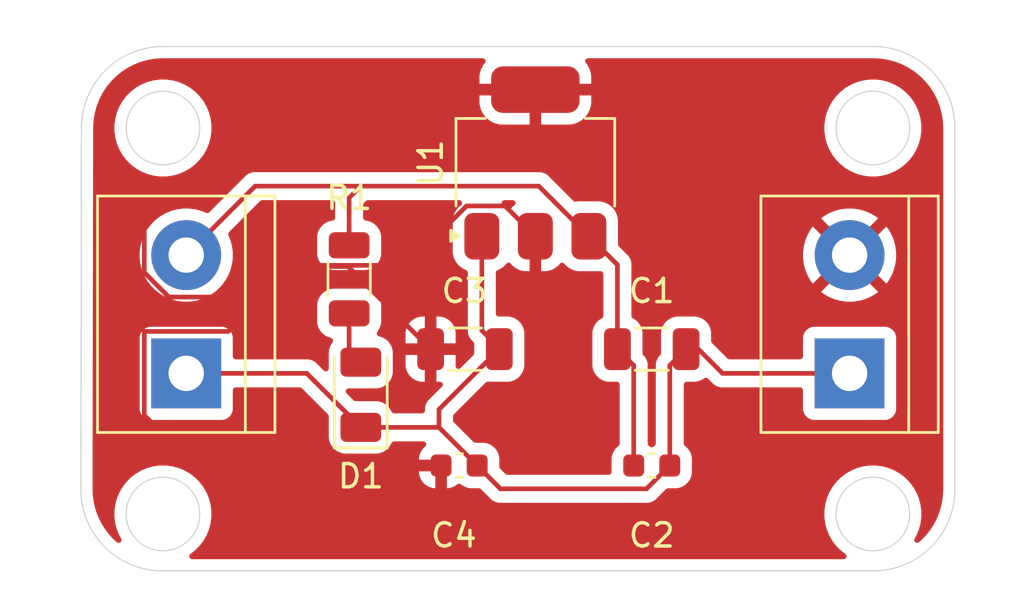
<source format=kicad_pcb>
(kicad_pcb (version 20241229) (generator "pcbnew") (generator_version "9.0")
  (layers (0 "F.Cu" signal) (2 "B.Cu" signal) (13 "F.Paste" user) (15 "B.Paste" user) (5 "F.SilkS" user "F.Silkscreen") (7 "B.SilkS" user "B.Silkscreen") (1 "F.Mask" user) (3 "B.Mask" user) (25 "Edge.Cuts" user))
  (net 0 "")
  (net 1 "input_12v")
  (net 2 "GND")
  (net 3 "output_3v3")
  (net 4 "Net-(D1-A)")
  (footprint "Capacitor_SMD:C_1206_3216Metric" (layer "F.Cu") (at 135.975 81.5)
    (property "Reference" "C3" (at -0.025 -2.5 0) (layer "F.SilkS"))
    (property "Value" "10u")
    (fp_line (start -0.711252 -0.91) (end 0.711252 -0.91) (stroke (width 0.12)) (layer "F.SilkS"))
    (fp_line (start -0.711252 0.91) (end 0.711252 0.91) (stroke (width 0.12)) (layer "F.SilkS"))
    (pad "1" smd roundrect (at -1.475 0) (size 1.15 1.8) (layers "F.Cu" "F.Mask" "F.Paste") (roundrect_rratio 0.217391) (net 3 "output_3v3"))
    (pad "2" smd roundrect (at 1.475 0) (size 1.15 1.8) (layers "F.Cu" "F.Mask" "F.Paste") (roundrect_rratio 0.217391) (net 2 "GND"))
  )
  (footprint "Resistor_SMD:R_1206_3216Metric" (layer "F.Cu") (at 131 78.5 -90)
    (property "Reference" "R1" (at -3.5 0 180) (layer "F.SilkS"))
    (property "Value" "2k2")
    (fp_line (start -0.727064 0.91) (end 0.727064 0.91) (stroke (width 0.12)) (layer "F.SilkS"))
    (fp_line (start -0.727064 -0.91) (end 0.727064 -0.91) (stroke (width 0.12)) (layer "F.SilkS"))
    (pad "1" smd roundrect (at -1.4625 0 270) (size 1.125 1.75) (layers "F.Cu" "F.Mask" "F.Paste") (roundrect_rratio 0.222222) (net 1 "input_12v"))
    (pad "2" smd roundrect (at 1.4625 0 270) (size 1.125 1.75) (layers "F.Cu" "F.Mask" "F.Paste") (roundrect_rratio 0.222222) (net 4 "Net-(D1-A)"))
  )
  (footprint "LED_SMD:LED_1206_3216Metric" (layer "F.Cu") (at 131.5 83.46 90)
    (property "Reference" "D1" (at -3.5 0 0) (layer "F.SilkS"))
    (property "Value" "LED")
    (fp_line (start 1.6 -1.135) (end -2.285 -1.135) (stroke (width 0.12)) (layer "F.SilkS"))
    (fp_line (start -2.285 -1.135) (end -2.285 1.135) (stroke (width 0.12)) (layer "F.SilkS"))
    (fp_line (start -2.285 1.135) (end 1.6 1.135) (stroke (width 0.12)) (layer "F.SilkS"))
    (pad "1" smd roundrect (at -1.4 0 90) (size 1.25 1.75) (layers "F.Cu" "F.Mask" "F.Paste") (roundrect_rratio 0.2) (net 2 "GND"))
    (pad "2" smd roundrect (at 1.4 0 90) (size 1.25 1.75) (layers "F.Cu" "F.Mask" "F.Paste") (roundrect_rratio 0.2) (net 4 "Net-(D1-A)"))
  )
  (footprint "Package_TO_SOT_SMD:SOT-223-3_TabPin2" (layer "F.Cu") (at 139 73.5 90)
    (property "Reference" "U1" (at 0 -4.5 90) (layer "F.SilkS"))
    (property "Value" "AMS1117-3.3" (hide yes))
    (fp_line (start 1.91 -3.41) (end 1.91 -2.15) (stroke (width 0.12)) (layer "F.SilkS"))
    (fp_line (start -1.85 -3.41) (end 1.91 -3.41) (stroke (width 0.12)) (layer "F.SilkS"))
    (fp_line (start 1.91 3.41) (end 1.91 2.15) (stroke (width 0.12)) (layer "F.SilkS"))
    (fp_line (start -1.85 3.41) (end 1.91 3.41) (stroke (width 0.12)) (layer "F.SilkS"))
    (fp_poly (pts (xy -3.13 -3.31) (xy -3.37 -3.64) (xy -2.89 -3.64) (xy -3.13 -3.31)) (stroke (width 0.12)) (fill yes) (layer "F.SilkS"))
    (pad "1" smd roundrect (at -3.15 -2.3 90) (size 2 1.5) (layers "F.Cu" "F.Mask" "F.Paste") (net 2 "GND"))
    (pad "2" smd roundrect (at -3.15 0 90) (size 2 1.5) (layers "F.Cu" "F.Mask" "F.Paste") (net 3 "output_3v3"))
    (pad "2" smd roundrect (at 3.15 0 90) (size 2 3.8) (layers "F.Cu" "F.Mask" "F.Paste") (net 3 "output_3v3"))
    (pad "3" smd roundrect (at -3.15 2.3 90) (size 2 1.5) (layers "F.Cu" "F.Mask" "F.Paste") (net 1 "input_12v"))
  )
  (footprint "Capacitor_SMD:C_0603_1608Metric" (layer "F.Cu") (at 144 86.5)
    (property "Reference" "C2" (at 0 3 0) (layer "F.SilkS"))
    (property "Value" ".1u")
    (fp_line (start -0.14058 -0.51) (end 0.14058 -0.51) (stroke (width 0.12)) (layer "F.SilkS"))
    (fp_line (start -0.14058 0.51) (end 0.14058 0.51) (stroke (width 0.12)) (layer "F.SilkS"))
    (pad "1" smd roundrect (at -0.775 0) (size 0.9 0.95) (layers "F.Cu" "F.Mask" "F.Paste") (net 1 "input_12v"))
    (pad "2" smd roundrect (at 0.775 0) (size 0.9 0.95) (layers "F.Cu" "F.Mask" "F.Paste") (net 2 "GND"))
  )
  (footprint "TerminalBlock:TerminalBlock_bornier-2_P5.08mm" (layer "F.Cu") (at 124 82.54 90)
    (property "Reference" "J1" (hide yes))
    (property "Value" "Screw_Terminal_01x02" (hide yes))
    (fp_line (start 7.62 -3.81) (end -2.54 -3.81) (stroke (width 0.12)) (layer "F.SilkS"))
    (fp_line (start -2.54 -3.81) (end -2.54 3.81) (stroke (width 0.12)) (layer "F.SilkS"))
    (fp_line (start 7.62 2.54) (end -2.54 2.54) (stroke (width 0.12)) (layer "F.SilkS"))
    (fp_line (start 7.62 3.81) (end 7.62 -3.81) (stroke (width 0.12)) (layer "F.SilkS"))
    (fp_line (start -2.54 3.81) (end 7.62 3.81) (stroke (width 0.12)) (layer "F.SilkS"))
    (pad "1" thru_hole rect (at 0 0 90) (size 3 3) (drill 1.52) (layers "*.Cu" "*.Mask") (net 2 "GND"))
    (pad "2" thru_hole circle (at 5.08 0 90) (size 3 3) (drill 1.52) (layers "*.Cu" "*.Mask") (net 1 "input_12v"))
  )
  (footprint "TerminalBlock:TerminalBlock_bornier-2_P5.08mm" (layer "F.Cu") (at 152.5 82.54 90)
    (property "Reference" "J2" (hide yes))
    (property "Value" "Screw_Terminal_01x02" (hide yes))
    (fp_line (start 7.62 -3.81) (end -2.54 -3.81) (stroke (width 0.12)) (layer "F.SilkS"))
    (fp_line (start -2.54 -3.81) (end -2.54 3.81) (stroke (width 0.12)) (layer "F.SilkS"))
    (fp_line (start 7.62 2.54) (end -2.54 2.54) (stroke (width 0.12)) (layer "F.SilkS"))
    (fp_line (start 7.62 3.81) (end 7.62 -3.81) (stroke (width 0.12)) (layer "F.SilkS"))
    (fp_line (start -2.54 3.81) (end 7.62 3.81) (stroke (width 0.12)) (layer "F.SilkS"))
    (pad "1" thru_hole rect (at 0 0 90) (size 3 3) (drill 1.52) (layers "*.Cu" "*.Mask") (net 2 "GND"))
    (pad "2" thru_hole circle (at 5.08 0 90) (size 3 3) (drill 1.52) (layers "*.Cu" "*.Mask") (net 3 "output_3v3"))
  )
  (footprint "Capacitor_SMD:C_0603_1608Metric" (layer "F.Cu") (at 135.725 86.5)
    (property "Reference" "C4" (at -0.225 3 0) (layer "F.SilkS"))
    (property "Value" ".1u")
    (fp_line (start -0.14058 -0.51) (end 0.14058 -0.51) (stroke (width 0.12)) (layer "F.SilkS"))
    (fp_line (start -0.14058 0.51) (end 0.14058 0.51) (stroke (width 0.12)) (layer "F.SilkS"))
    (pad "1" smd roundrect (at -0.775 0) (size 0.9 0.95) (layers "F.Cu" "F.Mask" "F.Paste") (net 3 "output_3v3"))
    (pad "2" smd roundrect (at 0.775 0) (size 0.9 0.95) (layers "F.Cu" "F.Mask" "F.Paste") (net 2 "GND"))
  )
  (footprint "Capacitor_SMD:C_1206_3216Metric" (layer "F.Cu") (at 144 81.5)
    (property "Reference" "C1" (at 0 -2.5 0) (layer "F.SilkS"))
    (property "Value" "10u")
    (fp_line (start -0.711252 -0.91) (end 0.711252 -0.91) (stroke (width 0.12)) (layer "F.SilkS"))
    (fp_line (start -0.711252 0.91) (end 0.711252 0.91) (stroke (width 0.12)) (layer "F.SilkS"))
    (pad "1" smd roundrect (at -1.475 0) (size 1.15 1.8) (layers "F.Cu" "F.Mask" "F.Paste") (roundrect_rratio 0.217391) (net 1 "input_12v"))
    (pad "2" smd roundrect (at 1.475 0) (size 1.15 1.8) (layers "F.Cu" "F.Mask" "F.Paste") (roundrect_rratio 0.217391) (net 2 "GND"))
  )
  (gr_line (start 119.474874 87.525126) (end 119.5 72) (stroke (width 0.05)) (layer "Edge.Cuts"))
  (gr_arc (start 153.525126 68.5) (mid 156 69.525126) (end 157.025126 72) (stroke (width 0.05)) (layer "Edge.Cuts"))
  (gr_circle (center 153.5 88.581139) (end 155 89.081139) (stroke (width 0.05)) (fill no) (layer "Edge.Cuts"))
  (gr_line (start 123 68.5) (end 153.525126 68.5) (stroke (width 0.05)) (layer "Edge.Cuts"))
  (gr_line (start 153.525126 91.025125) (end 122.974874 91.025125) (stroke (width 0.05)) (layer "Edge.Cuts"))
  (gr_circle (center 123 88.581139) (end 124.5 89.081139) (stroke (width 0.05)) (fill no) (layer "Edge.Cuts"))
  (gr_line (start 157.025126 72) (end 157.025126 87.5251) (stroke (width 0.05)) (layer "Edge.Cuts"))
  (gr_arc (start 122.974874 91.025126) (mid 120.5 90) (end 119.474874 87.525126) (stroke (width 0.05)) (layer "Edge.Cuts"))
  (gr_arc (start 119.5 72) (mid 120.525126 69.525126) (end 123 68.5) (stroke (width 0.05)) (layer "Edge.Cuts"))
  (gr_arc (start 157.025126 87.525126) (mid 156 90) (end 153.525126 91.025126) (stroke (width 0.05)) (layer "Edge.Cuts"))
  (gr_circle (center 123 72) (end 124.5 72.5) (stroke (width 0.05)) (fill no) (layer "Edge.Cuts"))
  (gr_circle (center 153.5 72) (end 155 72.5) (stroke (width 0.05)) (fill no) (layer "Edge.Cuts"))
  (segment (start 142.525 77.875) (end 141.3 76.65) (width 0.2) (layer "F.Cu") (net 1))
  (segment (start 143.225 86.5) (end 143.225 82.2) (width 0.2) (layer "F.Cu") (net 1))
  (segment (start 142.525 81.5) (end 142.525 77.875) (width 0.2) (layer "F.Cu") (net 1))
  (segment (start 139.1475 74.4975) (end 141.3 76.65) (width 0.2) (layer "F.Cu") (net 1))
  (segment (start 143.225 82.2) (end 142.525 81.5) (width 0.2) (layer "F.Cu") (net 1))
  (segment (start 131.5 74.4975) (end 139.1475 74.4975) (width 0.2) (layer "F.Cu") (net 1))
  (segment (start 131 77.0375) (end 131 74.9975) (width 0.2) (layer "F.Cu") (net 1))
  (segment (start 126.9625 74.4975) (end 131.5 74.4975) (width 0.2) (layer "F.Cu") (net 1))
  (segment (start 131 74.9975) (end 131.5 74.4975) (width 0.2) (layer "F.Cu") (net 1))
  (segment (start 124 77.46) (end 126.9625 74.4975) (width 0.2) (layer "F.Cu") (net 1))
  (segment (start 136.7 80.7) (end 136.7 76.65) (width 0.2) (layer "F.Cu") (net 2))
  (segment (start 147.04 82.54) (end 152.5 82.54) (width 0.2) (layer "F.Cu") (net 2))
  (segment (start 134.86 84.86) (end 136.5 86.5) (width 0.2) (layer "F.Cu") (net 2))
  (segment (start 137.45 81.45) (end 136.7 80.7) (width 0.2) (layer "F.Cu") (net 2))
  (segment (start 144.775 82.2) (end 145.475 81.5) (width 0.2) (layer "F.Cu") (net 2))
  (segment (start 146 81.5) (end 147.04 82.54) (width 0.2) (layer "F.Cu") (net 2))
  (segment (start 124 82.54) (end 129.18 82.54) (width 0.2) (layer "F.Cu") (net 2))
  (segment (start 143.775 87.5) (end 144.775 86.5) (width 0.2) (layer "F.Cu") (net 2))
  (segment (start 136.5 86.5) (end 137.5 87.5) (width 0.2) (layer "F.Cu") (net 2))
  (segment (start 145.475 81.5) (end 146 81.5) (width 0.2) (layer "F.Cu") (net 2))
  (segment (start 137.45 81.5) (end 137.45 81.45) (width 0.2) (layer "F.Cu") (net 2))
  (segment (start 129.18 82.54) (end 131.5 84.86) (width 0.2) (layer "F.Cu") (net 2))
  (segment (start 137.5 87.5) (end 143.775 87.5) (width 0.2) (layer "F.Cu") (net 2))
  (segment (start 134.86 84.09) (end 134.86 84.86) (width 0.2) (layer "F.Cu") (net 2))
  (segment (start 131.5 84.86) (end 134.86 84.86) (width 0.2) (layer "F.Cu") (net 2))
  (segment (start 144.775 86.5) (end 144.775 82.2) (width 0.2) (layer "F.Cu") (net 2))
  (segment (start 137.45 81.5) (end 134.86 84.09) (width 0.2) (layer "F.Cu") (net 2))
  (segment (start 122.199 84.341) (end 122.199 80.739) (width 0.2) (layer "F.Cu") (net 3))
  (segment (start 122.199 80.739) (end 125.801 80.739) (width 0.2) (layer "F.Cu") (net 3))
  (segment (start 130.951 77.951) (end 134.5 81.5) (width 0.2) (layer "F.Cu") (net 3))
  (segment (start 134.95 86.5) (end 124.358 86.5) (width 0.2) (layer "F.Cu") (net 3))
  (segment (start 133.492992 77.901) (end 126.987998 77.901) (width 0.2) (layer "F.Cu") (net 3))
  (segment (start 126.987998 77.901) (end 125.627998 79.261) (width 0.2) (layer "F.Cu") (net 3))
  (segment (start 124.358 86.5) (end 122.199 84.341) (width 0.2) (layer "F.Cu") (net 3))
  (segment (start 122.199 78.205999) (end 122.199 75.88701) (width 0.2) (layer "F.Cu") (net 3))
  (segment (start 136.044992 75.349) (end 133.492992 77.901) (width 0.2) (layer "F.Cu") (net 3))
  (segment (start 122.199 75.88701) (end 127.73601 70.35) (width 0.2) (layer "F.Cu") (net 3))
  (segment (start 137.699 75.349) (end 136.044992 75.349) (width 0.2) (layer "F.Cu") (net 3))
  (segment (start 127.73601 70.35) (end 139 70.35) (width 0.2) (layer "F.Cu") (net 3))
  (segment (start 139 76.65) (end 137.699 75.349) (width 0.2) (layer "F.Cu") (net 3))
  (segment (start 123.254001 79.261) (end 122.199 78.205999) (width 0.2) (layer "F.Cu") (net 3))
  (segment (start 125.627998 79.261) (end 123.254001 79.261) (width 0.2) (layer "F.Cu") (net 3))
  (segment (start 128.589 77.951) (end 130.951 77.951) (width 0.2) (layer "F.Cu") (net 3))
  (segment (start 125.801 80.739) (end 128.589 77.951) (width 0.2) (layer "F.Cu") (net 3))
  (segment (start 131.5 82.06) (end 131.5 82) (width 0.2) (layer "F.Cu") (net 4))
  (segment (start 131 79.9625) (end 131 81.56) (width 0.2) (layer "F.Cu") (net 4))
  (segment (start 131.5 82) (end 131 81.5) (width 0.2) (layer "F.Cu") (net 4))
  (segment (start 131 81.56) (end 131.5 82.06) (width 0.2) (layer "F.Cu") (net 4))
  (zone (net 3) (net_name "output_3v3") (layer "F.Cu") (connect_pads (clearance 0.5)) (min_thickness 0.25) (fill yes (thermal_gap 0.5) (thermal_bridge_width 0.5))
    (polygon (pts (xy 116 66.5) (xy 160 66.5) (xy 160 92.5) (xy 116 92.5)))
  )
)
</source>
